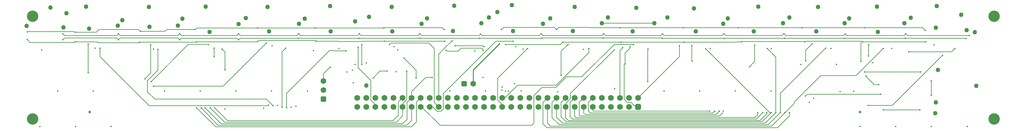
<source format=gbr>
%TF.GenerationSoftware,Altium Limited,Altium Designer,24.9.1 (31)*%
G04 Layer_Physical_Order=4*
G04 Layer_Color=16711680*
%FSLAX45Y45*%
%MOMM*%
%TF.SameCoordinates,261FE19A-EF30-4485-92B3-4F91B7BE389E*%
%TF.FilePolarity,Positive*%
%TF.FileFunction,Copper,L4,Bot,Signal*%
%TF.Part,Single*%
G01*
G75*
%TA.AperFunction,Conductor*%
%ADD23C,0.15500*%
%ADD24C,0.25400*%
%TA.AperFunction,ComponentPad*%
G04:AMPARAMS|DCode=26|XSize=1.6mm|YSize=1.6mm|CornerRadius=0.4mm|HoleSize=0mm|Usage=FLASHONLY|Rotation=0.000|XOffset=0mm|YOffset=0mm|HoleType=Round|Shape=RoundedRectangle|*
%AMROUNDEDRECTD26*
21,1,1.60000,0.80000,0,0,0.0*
21,1,0.80000,1.60000,0,0,0.0*
1,1,0.80000,0.40000,-0.40000*
1,1,0.80000,-0.40000,-0.40000*
1,1,0.80000,-0.40000,0.40000*
1,1,0.80000,0.40000,0.40000*
%
%ADD26ROUNDEDRECTD26*%
%ADD27C,1.60000*%
G04:AMPARAMS|DCode=28|XSize=1.6mm|YSize=1.6mm|CornerRadius=0.4mm|HoleSize=0mm|Usage=FLASHONLY|Rotation=90.000|XOffset=0mm|YOffset=0mm|HoleType=Round|Shape=RoundedRectangle|*
%AMROUNDEDRECTD28*
21,1,1.60000,0.80000,0,0,90.0*
21,1,0.80000,1.60000,0,0,90.0*
1,1,0.80000,0.40000,0.40000*
1,1,0.80000,0.40000,-0.40000*
1,1,0.80000,-0.40000,-0.40000*
1,1,0.80000,-0.40000,0.40000*
%
%ADD28ROUNDEDRECTD28*%
%ADD29C,1.65000*%
G04:AMPARAMS|DCode=30|XSize=1.65mm|YSize=1.65mm|CornerRadius=0.4125mm|HoleSize=0mm|Usage=FLASHONLY|Rotation=0.000|XOffset=0mm|YOffset=0mm|HoleType=Round|Shape=RoundedRectangle|*
%AMROUNDEDRECTD30*
21,1,1.65000,0.82500,0,0,0.0*
21,1,0.82500,1.65000,0,0,0.0*
1,1,0.82500,0.41250,-0.41250*
1,1,0.82500,-0.41250,-0.41250*
1,1,0.82500,-0.41250,0.41250*
1,1,0.82500,0.41250,0.41250*
%
%ADD30ROUNDEDRECTD30*%
%TA.AperFunction,ViaPad*%
%ADD31C,0.45000*%
%ADD32C,1.27000*%
%ADD33C,0.70000*%
%ADD34C,3.20000*%
D23*
X17221201Y930819D02*
G03*
X17221509Y942847I-115301J8981D01*
G01*
X26802036Y2611436D02*
X26806799Y2606672D01*
X21717000Y2616200D02*
X23393401D01*
X25107899D02*
X25112663Y2611436D01*
X20049475Y2616200D02*
X21717000D01*
X25112663Y2611436D02*
X26802036D01*
X23393401Y2616200D02*
X25107899D01*
X13627100Y2527300D02*
X14109700D01*
X11391900Y1498600D02*
Y1717600D01*
X11052100Y2057400D02*
X11391900Y1717600D01*
X11125200Y1689100D02*
X11125549Y1688751D01*
Y891896D02*
Y1688751D01*
X11025203Y791550D02*
X11125549Y891896D01*
X11025203Y701104D02*
Y791550D01*
X11009899Y685800D02*
X11025203Y701104D01*
X11137900Y753632D02*
Y813801D01*
X11263899Y939800D02*
Y1117595D01*
X11137900Y813801D02*
X11263899Y939800D01*
X8788400Y1612900D02*
X8978900Y1803400D01*
X8788400Y1409700D02*
Y1612900D01*
X10375900Y1689100D02*
X10579100D01*
X10185400Y1498600D02*
X10375900Y1689100D01*
X9766300Y1781038D02*
X10121900Y1425438D01*
Y876298D02*
Y1425438D01*
X9766300Y1781038D02*
Y2362200D01*
X11657604Y1511300D02*
X11836400D01*
X12152899Y1053099D02*
X13627100Y2527300D01*
X12152899Y621299D02*
Y1053099D01*
X25831799Y1003300D02*
Y1422400D01*
X11899900Y811799D02*
Y2324268D01*
X11747668Y2476500D02*
X11899900Y2324268D01*
X24001266Y1543925D02*
Y1551907D01*
Y1543925D02*
X24011380Y1533812D01*
Y1528320D02*
Y1533812D01*
Y1528320D02*
X24231599Y1308100D01*
X25165327Y2692400D02*
X26898599D01*
X23461140D02*
X25069528D01*
X25117429Y2740300D01*
X25165327Y2692400D01*
X23379926D02*
X23420534Y2733007D01*
X21749028Y2692400D02*
X23379926D01*
X23420534Y2733007D02*
X23461140Y2692400D01*
X20033543Y2609144D02*
X20042419D01*
X20027901Y2603500D02*
X20033543Y2609144D01*
X20042419D02*
X20049475Y2616200D01*
X21653229Y2692400D02*
X21701128Y2740300D01*
X21749028Y2692400D01*
X20066272D02*
X21653229D01*
X20018372Y2740300D02*
X20066272Y2692400D01*
X19970473D02*
X20018372Y2740300D01*
X18345428Y2692400D02*
X19970473D01*
X16694427D02*
X18249628D01*
X18297528Y2740300D02*
X18345428Y2692400D01*
X18249628D02*
X18297528Y2740300D01*
X17881599Y1397000D02*
X17886365Y1401764D01*
Y2303736D01*
X17891129Y2308500D01*
X16598628Y2692400D02*
X16646529Y2740300D01*
X14941827Y2692400D02*
X16598628D01*
X16646529Y2740300D02*
X16694427Y2692400D01*
X16634099Y2619101D02*
X16637000Y2622001D01*
X11493500Y2616200D02*
X14909801D01*
X14912701Y2619101D02*
X16634099D01*
X8089900Y2616200D02*
X9791700D01*
X11493500D01*
X14909801D02*
X14912701Y2619101D01*
X16637000Y2622001D02*
X16639902Y2619101D01*
X13237640Y2692400D02*
X14846028D01*
X14893929Y2740300D01*
X14941827Y2692400D01*
X11538228D02*
X13156425D01*
X13197034Y2733007D01*
X13237640Y2692400D01*
X6458228Y2616200D02*
X8089900D01*
X10642600Y2438400D02*
X10680700Y2476500D01*
X10502900Y2527300D02*
X12192000D01*
X10680700Y2476500D02*
X11747668D01*
X11442428Y2692400D02*
X11490328Y2740300D01*
X11538228Y2692400D01*
X9849128D02*
X11442428D01*
X8147328D02*
X9753328D01*
X9801228Y2740300D01*
X9849128Y2692400D01*
X8099428Y2740300D02*
X8147328Y2692400D01*
X6458228D02*
X8051528D01*
X8099428Y2740300D01*
X7632700Y2231772D02*
X7731128Y2330200D01*
X7632700Y673100D02*
Y2231772D01*
X5223525Y2514600D02*
X5232400D01*
X5238044Y2508956D02*
X5255771D01*
X5256230Y2508497D02*
X6929614D01*
X5232400Y2514600D02*
X5238044Y2508956D01*
X5255771D02*
X5256230Y2508497D01*
X6929614D02*
X6938917Y2517800D01*
X6946900D01*
X6981800Y2552700D01*
X8559800D01*
X5006200Y2440800D02*
X5560200D01*
X3962400Y1397000D02*
X5006200Y2440800D01*
X5560200D02*
X5562600Y2438400D01*
X6410328Y2740300D02*
X6458228Y2692400D01*
X4807228D02*
X6362428D01*
X6410328Y2740300D01*
X4801426Y2616200D02*
X6362428D01*
X6410328Y2568300D01*
X6458228Y2616200D01*
X5727700Y2095500D02*
Y2336800D01*
X3092728Y2692400D02*
X4711428D01*
X4759328Y2740300D01*
X4807228Y2692400D01*
X4711428Y2622001D02*
X4759328Y2574102D01*
X4801426Y2616200D01*
X3092728Y2622001D02*
X4711428D01*
X3044828Y2574102D02*
X3092728Y2622001D01*
X3044828Y2740300D02*
X3092728Y2692400D01*
X1530628D02*
X2996928D01*
X3044828Y2740300D01*
X2996928Y2622001D02*
X3044828Y2574102D01*
X1530628Y2622001D02*
X2996928D01*
X1806167Y2795950D02*
X1820817Y2781300D01*
X2420061D01*
X482600Y2794000D02*
X484550Y2795950D01*
X1806167D01*
X1482728Y2740300D02*
X1530628Y2692400D01*
X1482728Y2574102D02*
X1530628Y2622001D01*
X12484100Y2400300D02*
X13263518D01*
X13288918Y2374900D02*
X13296899D01*
X13263518Y2400300D02*
X13288918Y2374900D01*
X13236200Y2334000D02*
X13262683Y2307517D01*
X12651106Y2334000D02*
X13236200D01*
X12568205Y2251100D02*
X12651106Y2334000D01*
X13262683Y2269145D02*
Y2307517D01*
Y2269145D02*
X13268327Y2263500D01*
X15720248Y914596D02*
Y1064449D01*
X15597203Y791550D02*
X15720248Y914596D01*
X15597203Y701104D02*
Y791550D01*
X15720248Y1064449D02*
X16941800Y2286000D01*
X15581898Y685800D02*
X15597203Y701104D01*
X16032909Y1529509D02*
X16941193Y2437792D01*
X15608318Y1529509D02*
X16032909D01*
X16941193Y2437792D02*
X17487292D01*
X15316367Y1295400D02*
X16230600Y2209633D01*
X13898283Y956984D02*
X14236700Y1295400D01*
X15310709Y1231900D02*
X15608318Y1529509D01*
X14236700Y1295400D02*
X15316367D01*
X14922501Y1231900D02*
X15310709D01*
X6022600Y251200D02*
X10835852D01*
X5613400Y660400D02*
X6022600Y251200D01*
X5590389Y416711D02*
X5837700Y169400D01*
X11129500D02*
X11263899Y303799D01*
X5232400Y660400D02*
X5764300Y128500D01*
X10737052Y292100D02*
X10893206Y448253D01*
X5740400Y660400D02*
X6108700Y292100D01*
X10835852Y251200D02*
X11009899Y425247D01*
X5764300Y128500D02*
X11266400D01*
X11010852Y210300D02*
X11137900Y337347D01*
X5473700Y660400D02*
X5923800Y210300D01*
X6108700Y292100D02*
X10737052D01*
X11266400Y128500D02*
X11399891Y261991D01*
X5923800Y210300D02*
X11010852D01*
X5837700Y169400D02*
X11129500D01*
X9234134Y2260600D02*
X9423233D01*
X9423400Y2260767D01*
X20396201Y2514600D02*
X20510500D01*
X20383501Y2501900D02*
X20396201Y2514600D01*
X17132300Y2501900D02*
X18897600D01*
X15506700D02*
X17132300D01*
X18897600D02*
X20383501D01*
X17380656Y2332355D02*
Y2369256D01*
X17369701Y2320200D02*
Y2321399D01*
X17380656Y2369256D02*
X17386301Y2374900D01*
X17369701Y2321399D02*
X17380656Y2332355D01*
X17246600Y2197100D02*
X17369701Y2320200D01*
X17487292Y2437792D02*
X17487900Y2438400D01*
X3626653Y2501900D02*
X5210825D01*
X22367010Y1041400D02*
X23698053Y1037800D01*
X23698471Y1037801D02*
X24422099Y1041400D01*
X17221201Y954565D02*
X17221509Y942847D01*
X17221201Y967406D02*
X17221201Y954565D01*
X17221201Y902300D02*
Y930819D01*
Y902300D02*
X17310699Y812800D01*
X17221201Y1866900D02*
X17246600Y1892300D01*
X17221201Y967406D02*
Y1866900D01*
X17246600Y1892300D02*
Y2197100D01*
X17310699Y812800D02*
X17411700D01*
X17592429Y707272D02*
X17613899Y685800D01*
X17517229Y707272D02*
X17592429D01*
X17424812Y799688D02*
X17517229Y707272D01*
X17424812Y799688D02*
X17424812D01*
X17411700Y812800D02*
X17424812Y799688D01*
X8562972Y2905400D02*
X10487028D01*
X6943728D02*
X8562972D01*
X15963901Y444500D02*
X15979599Y428801D01*
X15963901Y813801D02*
X16089899Y939800D01*
X15963901Y444500D02*
Y813801D01*
X15979599Y428801D02*
X19897900D01*
X15455901Y406400D02*
X15597099Y265200D01*
X15455901Y406400D02*
Y813801D01*
X15581898Y939800D01*
X16217900Y571500D02*
X16278799Y510601D01*
X16089899Y509001D02*
X16129199Y469701D01*
X15868098Y387901D02*
X20891254D01*
X16129199Y469701D02*
X19795901D01*
X19709801Y510601D02*
X19758000Y558800D01*
X16278799Y510601D02*
X19709801D01*
X15769299Y347001D02*
X20933701D01*
X15835899Y420101D02*
X15868098Y387901D01*
X15657800Y306100D02*
X21032500D01*
X20891254Y387901D02*
X20967700Y464347D01*
X21032500Y306100D02*
X21215604Y489203D01*
X15498300Y224300D02*
X21179300D01*
X15581898Y382001D02*
X15657800Y306100D01*
X15328101Y394500D02*
X15498300Y224300D01*
X21093201Y265200D02*
X21348700Y520700D01*
X16354401Y562000D02*
X19617249D01*
X15201900Y381000D02*
X15399500Y183400D01*
X19758000Y558800D02*
X19761200D01*
X16343900Y572501D02*
X16354401Y562000D01*
X15709900Y406400D02*
X15769299Y347001D01*
X14947900Y210347D02*
X15056647Y101600D01*
X20933701Y347001D02*
X21107401Y520700D01*
X15073898Y229601D02*
X15161000Y142500D01*
X21526500Y101600D02*
X21852750Y427850D01*
X19795901Y469701D02*
X19885001Y558800D01*
X15161000Y142500D02*
X21351500D01*
X19617249Y562000D02*
X19621500Y566251D01*
X15056647Y101600D02*
X21526500D01*
X21265401Y183400D02*
X21602699Y520700D01*
X15597099Y265200D02*
X21093201D01*
X19885001Y558800D02*
X19888200D01*
X19897900Y428801D02*
X20002499Y533400D01*
X21351500Y142500D02*
X21988354Y779354D01*
X15399500Y183400D02*
X21265401D01*
X21179300Y224300D02*
X21475700Y520700D01*
X14693900Y1003300D02*
X14922501Y1231900D01*
X14693900Y228600D02*
Y1003300D01*
X13821083Y956984D02*
X13898283D01*
X13677901Y1485900D02*
X14516100Y2324100D01*
X13677901Y876300D02*
Y1485900D01*
Y876300D02*
X13795879Y758321D01*
X11982497Y559355D02*
X11989079D01*
X12093209Y561609D01*
X12152899Y621299D01*
X11864074Y677779D02*
X11977956Y563895D01*
X11982497Y559355D01*
X11779921Y677779D02*
X11864074D01*
X10220872Y712827D02*
Y777326D01*
Y712827D02*
X10247899Y685800D01*
X10121900Y876298D02*
X10220872Y777326D01*
X20019025Y2603500D02*
X20027901D01*
X11899900Y811799D02*
X12025899Y685800D01*
X11137900Y337347D02*
Y753632D01*
X11137900Y753632D01*
X24358600Y1308100D02*
X24358968Y1308467D01*
X24231599Y1308100D02*
X24358600D01*
X22352432Y1037592D02*
X22356241Y1041400D01*
X22367010D01*
X22303706Y988867D02*
X22352432Y1037592D01*
X12236005Y2278233D02*
X12263138Y2251100D01*
X12230874Y2278233D02*
X12236005D01*
X12263138Y2251100D02*
X12568205D01*
X12025899Y2165646D02*
X12178206Y2326346D01*
X12179518Y2327682D02*
X12395200Y2540000D01*
X12025899Y939800D02*
Y2165646D01*
X24076300Y2422800D02*
X24079201Y2425700D01*
X24076300Y2111372D02*
Y2422800D01*
X15497826Y2501900D02*
X15506700D01*
X22313901Y1981200D02*
Y2274074D01*
X22489194Y2449367D01*
X20736932Y1813079D02*
X20881972Y1958120D01*
Y2415900D01*
X19121436Y1973264D02*
Y2398436D01*
Y1973264D02*
X19126199Y1968500D01*
X19116672Y2403200D02*
X19121436Y2398436D01*
X15201900Y813801D02*
X15327899Y939800D01*
X15201900Y381000D02*
Y813801D01*
X14947900Y210347D02*
Y813801D01*
X15073898Y939800D01*
X14630400Y165100D02*
X14693900Y228600D01*
X13803899Y939800D02*
X13821083Y956984D01*
X13795879Y693820D02*
Y758321D01*
X11263899Y1117595D02*
X11657604Y1511300D01*
X12064900Y165100D02*
X14630400D01*
X11552221Y677779D02*
X12064900Y165100D01*
X11525921Y677779D02*
X11552221D01*
X11517899Y685800D02*
X11525921Y677779D01*
X16217900Y813801D02*
X16343900Y939800D01*
X16217900Y571500D02*
Y813801D01*
X10893206Y823106D02*
X11009899Y939800D01*
X10893206Y448253D02*
Y823106D01*
X564098Y2496602D02*
X1787042D01*
X1805041Y2514600D01*
X482600Y2578100D02*
X564098Y2496602D01*
X1805041Y2514600D02*
X1828800D01*
X2420061Y2781300D02*
X2501560Y2862798D01*
X2445461Y2514600D02*
X2476160Y2483902D01*
X3657600Y2806700D02*
X4349750D01*
X3601502Y2862798D02*
X3657600Y2806700D01*
X2501560Y2862798D02*
X3601502D01*
X3608654Y2483902D02*
X3626653Y2501900D01*
X2476160Y2483902D02*
X3608654D01*
X4349750Y2806700D02*
X4400550Y2857500D01*
X5194300D01*
X8585200Y2527300D02*
X9231010D01*
X9234211Y2524100D01*
X8559800Y2552700D02*
X8585200Y2527300D01*
X11399891Y821792D02*
X11517899Y939800D01*
X11399891Y261991D02*
Y821792D01*
X11263899Y303799D02*
Y685800D01*
X11009899Y425247D02*
Y685800D01*
X5210825Y2501900D02*
X5223525Y2514600D01*
X1828800D02*
X2445461D01*
X3949700Y1638300D02*
Y2425700D01*
X3784600Y1473200D02*
X3949700Y1638300D01*
X5943600Y2311400D02*
X6032500Y2222500D01*
Y1727200D02*
Y2222500D01*
X7375500Y714400D02*
X7378700D01*
X7759700Y660400D02*
Y1066800D01*
X20510500Y2514600D02*
X20513699Y2517800D01*
X22285300D02*
X22288499Y2514600D01*
X22296146D02*
X22312045Y2530500D01*
X22288499Y2514600D02*
X22296146D01*
X22312045Y2530500D02*
X23877853D01*
X23893755Y2514600D01*
X20513699Y2517800D02*
X22285300D01*
X11771899Y685800D02*
X11779921Y677779D01*
X23893755Y2514600D02*
X23901401D01*
X25679401D01*
X7244712Y736600D02*
X7251698D01*
X7228153Y720041D02*
X7244712Y736600D01*
X2527300Y2095500D02*
X3902759Y720041D01*
X15073898Y229601D02*
Y685800D01*
X15327899D02*
X15328101Y685600D01*
Y394500D02*
Y685600D01*
X15581898Y382001D02*
Y685800D01*
X15709900Y813801D02*
X15835899Y939800D01*
X20967700Y464347D02*
Y520700D01*
X15709900Y406400D02*
Y813801D01*
X16089899Y509001D02*
Y685800D01*
X13795879Y693820D02*
X13803899Y685800D01*
X16230600Y2209633D02*
Y2324100D01*
X7759700Y1066800D02*
X8957071Y2264171D01*
X8962205D01*
X9234134Y2260600D01*
X2527300Y2095500D02*
Y2336800D01*
X7188200Y901700D02*
X7375500Y714400D01*
X3857600Y1108100D02*
X4064000Y901700D01*
X7188200D01*
X3902759Y720041D02*
X7228153D01*
X21475700Y546100D02*
Y2082800D01*
X21234399Y2324100D02*
X21475700Y2082800D01*
X21988354Y779354D02*
Y817621D01*
X22738457Y1567723D01*
X24066499Y723900D02*
X24739600D01*
X26149301Y2133600D01*
X23964900Y1663700D02*
X25539700D01*
X13906500Y2438400D02*
X15434325D01*
X15497826Y2501900D01*
X5194300Y2857500D02*
X5242200Y2905400D01*
X6943728D01*
X12128500Y2908300D02*
X12179300Y2857500D01*
X10487028Y2905400D02*
X10489928Y2908300D01*
X12128500D01*
X2197100Y1651000D02*
Y2451100D01*
X5359400Y660400D02*
X5590389Y429411D01*
Y416711D02*
Y429411D01*
X15455901Y2247900D02*
X15646400Y2438400D01*
X15455901Y1574800D02*
Y2247900D01*
X23863300Y2476500D02*
X23901401Y2514600D01*
X23863300Y1965302D02*
Y2476500D01*
X21602699Y1060151D02*
X22872701Y2330151D01*
X21602699Y546100D02*
Y1060151D01*
X22872701Y2330151D02*
Y2336800D01*
X21215604Y489203D02*
Y527303D01*
X21852750Y516750D02*
X21856700Y520700D01*
X15835899Y420101D02*
Y685800D01*
X21852750Y427850D02*
Y516750D01*
X16343900Y572501D02*
Y685800D01*
X21303972Y520700D02*
X21348700D01*
X19510100Y2314572D02*
X21303972Y520700D01*
X25196800Y2235200D02*
X26403299D01*
X26492200Y2324100D01*
X17183099Y2340624D02*
Y2349500D01*
X17105899Y2263423D02*
X17183099Y2340624D01*
X17105899Y939800D02*
Y2263423D01*
X25602213Y2895600D02*
X25605774Y2892093D01*
X25589513Y2908300D02*
X25602213Y2895600D01*
X25605774Y2892093D02*
X25666699Y2832100D01*
X15392400Y2921000D02*
X16232512D01*
X16245212Y2908300D01*
X17094200D02*
X18884900D01*
X20421600D01*
X16245212D02*
X17094200D01*
X15265401Y2921000D02*
X15328900Y2857500D01*
X15392400Y2921000D01*
X13842999D02*
X15265401D01*
X13779500Y2857500D02*
X13842999Y2921000D01*
X17613899Y939800D02*
X18770599Y2096501D01*
Y2400300D01*
X18288000Y2616200D02*
X20006325D01*
X18285098Y2619101D02*
X18288000Y2616200D01*
X16639902Y2619101D02*
X18285098D01*
X20006325Y2616200D02*
X20019025Y2603500D01*
X9867900Y1879600D02*
Y2438400D01*
X24485600Y596900D02*
X25514301D01*
X23729224Y1567723D02*
X24485600Y2324100D01*
X22738457Y1567723D02*
X23729224D01*
X23970280Y2908300D02*
X25589513D01*
X20421600D02*
X22199600D01*
X23967799Y2905820D02*
X23970280Y2908300D01*
X22199600D02*
X22200841Y2907060D01*
X23966560D01*
X23967799Y2905820D01*
X5981700Y1270000D02*
X7188200Y2476500D01*
X4025900Y1270000D02*
X5981700D01*
X3857600Y1108100D02*
Y1419200D01*
X4152900Y1714500D01*
Y2298700D01*
X9234211Y2524100D02*
X9864867D01*
X9868068Y2527300D02*
X10502900D01*
X9864867Y2524100D02*
X9868068Y2527300D01*
X16598900Y3035300D02*
X18072099D01*
D24*
X12992101Y1333500D02*
Y1727200D01*
X13728700Y2463800D01*
D26*
X12738100Y1333500D02*
D03*
D27*
X12992101D02*
D03*
X8788400Y1155700D02*
D03*
Y1409700D02*
D03*
D28*
Y901700D02*
D03*
D29*
X13549899Y939800D02*
D03*
Y685800D02*
D03*
X13803899Y939800D02*
D03*
Y685800D02*
D03*
X14057899Y939800D02*
D03*
X14311899D02*
D03*
X14565900D02*
D03*
X14057899Y685800D02*
D03*
X14311899D02*
D03*
X14565900D02*
D03*
X15835899Y939800D02*
D03*
Y685800D02*
D03*
X16343900Y939800D02*
D03*
Y685800D02*
D03*
X16851900Y939800D02*
D03*
Y685800D02*
D03*
X17359898Y939800D02*
D03*
Y685800D02*
D03*
X17613899Y939800D02*
D03*
X17105899Y685800D02*
D03*
Y939800D02*
D03*
X16597899Y685800D02*
D03*
Y939800D02*
D03*
X16089899Y685800D02*
D03*
Y939800D02*
D03*
X15581898Y685800D02*
D03*
Y939800D02*
D03*
X15327899Y685800D02*
D03*
Y939800D02*
D03*
X15073898Y685800D02*
D03*
Y939800D02*
D03*
X14819899Y685800D02*
D03*
Y939800D02*
D03*
X13295898Y685800D02*
D03*
X13041899D02*
D03*
X13295898Y939800D02*
D03*
X13041899D02*
D03*
X12787899Y685800D02*
D03*
X12533899D02*
D03*
X12279899D02*
D03*
X12025899D02*
D03*
X11771899D02*
D03*
X11517899D02*
D03*
X11263899D02*
D03*
X11009899D02*
D03*
X10755899D02*
D03*
X10501899D02*
D03*
X10247899D02*
D03*
X9993899D02*
D03*
X9739899D02*
D03*
X12787899Y939800D02*
D03*
X12533899D02*
D03*
X12279899D02*
D03*
X12025899D02*
D03*
X11771899D02*
D03*
X11517899D02*
D03*
X11263899D02*
D03*
X11009899D02*
D03*
X10755899D02*
D03*
X10501899D02*
D03*
X10247899D02*
D03*
X9993899D02*
D03*
X9739899D02*
D03*
D30*
X17613899Y685800D02*
D03*
D31*
X26806799Y2606672D02*
D03*
X13728700Y2463800D02*
D03*
X11052100Y2057400D02*
D03*
X11391900Y1498600D02*
D03*
X11125200Y1689100D02*
D03*
X8978900Y1803400D02*
D03*
X10833100Y1676400D02*
D03*
X9601200Y1714500D02*
D03*
X10579100Y1689100D02*
D03*
X10185400Y1498600D02*
D03*
X9626600Y1358900D02*
D03*
X10487028Y2905400D02*
D03*
X13258800Y1511300D02*
D03*
X11836400D02*
D03*
X9994900Y1917700D02*
D03*
X25831799Y1003300D02*
D03*
X26837701Y135900D02*
D03*
X25837701D02*
D03*
X24837701D02*
D03*
X23837701D02*
D03*
X21337701Y1135900D02*
D03*
X20337701D02*
D03*
X19337701D02*
D03*
X18337701D02*
D03*
X14337701D02*
D03*
X13337701D02*
D03*
X12337700D02*
D03*
X8337700D02*
D03*
X7337700D02*
D03*
X6337700D02*
D03*
X5337700D02*
D03*
X4337700D02*
D03*
X2837700Y135900D02*
D03*
X2337700Y1135900D02*
D03*
X1837700Y135900D02*
D03*
X1337700Y1135900D02*
D03*
X837700Y135900D02*
D03*
X13792200Y1155700D02*
D03*
X13804984Y1244516D02*
D03*
X24001266Y1551907D02*
D03*
X25117429Y2740300D02*
D03*
X23420534Y2733007D02*
D03*
X21717000Y2616200D02*
D03*
X21701128Y2740300D02*
D03*
X20018372D02*
D03*
X18297528D02*
D03*
X17891129Y2308500D02*
D03*
X16646529Y2740300D02*
D03*
X16078200Y2298700D02*
D03*
X14909801Y2616200D02*
D03*
X14893929Y2740300D02*
D03*
X13197034Y2733007D02*
D03*
X11493500Y2616200D02*
D03*
X10502900Y2527300D02*
D03*
X11490328Y2740300D02*
D03*
X9801228D02*
D03*
X8099428D02*
D03*
X7731128Y2330200D02*
D03*
X5562600Y2438400D02*
D03*
X6410328Y2740300D02*
D03*
Y2568300D02*
D03*
X5727700Y2336800D02*
D03*
X4759328Y2740300D02*
D03*
Y2574102D02*
D03*
X3044828Y2740300D02*
D03*
Y2574102D02*
D03*
X1482728Y2740300D02*
D03*
Y2574102D02*
D03*
X13296899Y2374900D02*
D03*
X13030200Y2257400D02*
D03*
X13268327Y2263500D02*
D03*
X14185899Y2374900D02*
D03*
X16941800Y2286000D02*
D03*
X13892067Y1120107D02*
D03*
X14147800Y1333500D02*
D03*
X13982700Y1130300D02*
D03*
X9423400Y2260767D02*
D03*
X12484100Y2400300D02*
D03*
X17132300Y2501900D02*
D03*
X17386301Y2374900D02*
D03*
X23657593Y1119333D02*
D03*
X19621500Y566251D02*
D03*
X24358968Y1308467D02*
D03*
X15363828Y1104600D02*
D03*
X10642600Y2438400D02*
D03*
X12230874Y2278233D02*
D03*
X24076300Y2111372D02*
D03*
X22489194Y2449367D02*
D03*
X20881972Y2415900D02*
D03*
X19116672Y2403200D02*
D03*
X20736932Y1813079D02*
D03*
X17881599Y1397000D02*
D03*
X3962400D02*
D03*
X4025900Y1270000D02*
D03*
X23967799Y2905820D02*
D03*
X24193500Y1930400D02*
D03*
X24485600Y596900D02*
D03*
X25514301D02*
D03*
X25831799Y1422400D02*
D03*
X26898599Y2692400D02*
D03*
X9867900Y2438400D02*
D03*
Y1879600D02*
D03*
X8089900Y2616200D02*
D03*
X9766300Y2362200D02*
D03*
X9791700Y2616200D02*
D03*
X13169901D02*
D03*
X20027901Y2603500D02*
D03*
X16637000Y2622001D02*
D03*
X18288000Y2616200D02*
D03*
X18897600Y2501900D02*
D03*
X18770599Y2400300D02*
D03*
X15328900Y2857500D02*
D03*
X13779500D02*
D03*
X20421600Y2908300D02*
D03*
X17094200D02*
D03*
X18884900D02*
D03*
X25666699Y2832100D02*
D03*
X17183099Y2349500D02*
D03*
X26492200Y2324100D02*
D03*
X23393401Y2616200D02*
D03*
X19634283Y2324184D02*
D03*
X14109700Y2527300D02*
D03*
X22313901Y1981200D02*
D03*
X22303706Y988867D02*
D03*
X21729700Y520700D02*
D03*
X21348700D02*
D03*
X19510100Y2314572D02*
D03*
X21218301Y520700D02*
D03*
X19126199Y1968500D02*
D03*
X17246600Y1892300D02*
D03*
X9448800Y1663700D02*
D03*
X25196800Y2235200D02*
D03*
X23863300Y1965302D02*
D03*
X14389101Y2311400D02*
D03*
X14516100Y2324100D02*
D03*
X15455901Y1574800D02*
D03*
X5740400Y660400D02*
D03*
X5613400D02*
D03*
X5359400D02*
D03*
X6032500Y622300D02*
D03*
X2387600Y2336800D02*
D03*
X2197100Y1651000D02*
D03*
X24079201Y2425700D02*
D03*
X22199600Y2908300D02*
D03*
X8562972Y2905400D02*
D03*
X6943728D02*
D03*
X13906500Y2438400D02*
D03*
X23964900Y1663700D02*
D03*
X23177499Y1879600D02*
D03*
X22174200D02*
D03*
X25539700Y1663700D02*
D03*
X26149301Y2133600D02*
D03*
X24066499Y723900D02*
D03*
X24422099Y1041400D02*
D03*
X24725198Y2324100D02*
D03*
X23025101D02*
D03*
X23279100Y1117600D02*
D03*
X21348700Y2324100D02*
D03*
X22529800Y927100D02*
D03*
X22415500Y812800D02*
D03*
X25907999Y2425700D02*
D03*
X24485600Y2324100D02*
D03*
X22872701Y2336800D02*
D03*
X21234399Y2324100D02*
D03*
X8020029Y699716D02*
D03*
X8509087Y2269475D02*
D03*
X16954500Y1193800D02*
D03*
X12395200Y2540000D02*
D03*
X889000Y2286000D02*
D03*
X2527300Y2336800D02*
D03*
X4025900Y2311400D02*
D03*
X4152900Y2298700D02*
D03*
X5727700Y2095500D02*
D03*
X9220200Y2324100D02*
D03*
X9678671Y1880871D02*
D03*
X7353300Y2400300D02*
D03*
X10769600Y2374900D02*
D03*
X16230600Y2324100D02*
D03*
X19761200Y562000D02*
D03*
X19888200D02*
D03*
X20002499D02*
D03*
X21107401Y520700D02*
D03*
X20967700D02*
D03*
X21475700D02*
D03*
X21602699D02*
D03*
X21856700D02*
D03*
X10871200Y2286000D02*
D03*
X7886700Y673100D02*
D03*
X7505700Y723900D02*
D03*
X7632700Y673100D02*
D03*
X7112000Y647700D02*
D03*
X17487900Y2438400D02*
D03*
X15646400D02*
D03*
X20510500Y2514600D02*
D03*
X7759700Y660400D02*
D03*
X7378700Y714400D02*
D03*
X7251700Y736600D02*
D03*
X6032500Y1727200D02*
D03*
X5943600Y2311400D02*
D03*
X5232400Y660400D02*
D03*
X5473700D02*
D03*
X7188200Y2476500D02*
D03*
X5232400Y2514600D02*
D03*
X3784600Y1473200D02*
D03*
X3949700Y2425700D02*
D03*
X2197100Y2451100D02*
D03*
X25107899Y2616200D02*
D03*
X6946900Y2517800D02*
D03*
X1828800Y2514600D02*
D03*
X25679401D02*
D03*
X23901401D02*
D03*
X22288499D02*
D03*
X15506700Y2501900D02*
D03*
X12192000Y2527300D02*
D03*
X12179300Y2857500D02*
D03*
X8585200Y2527300D02*
D03*
X5194300Y2857500D02*
D03*
X3657600Y2806700D02*
D03*
X3632200Y2501900D02*
D03*
X482600Y2578100D02*
D03*
X1828800Y2781300D02*
D03*
X482600Y2794000D02*
D03*
D32*
X13665199Y3352800D02*
D03*
X10706100Y3492500D02*
D03*
X9677400Y3086100D02*
D03*
X9994900Y1282700D02*
D03*
X10071100Y3213100D02*
D03*
X26670001Y3276600D02*
D03*
X25958801Y2908300D02*
D03*
X27096219Y1271770D02*
D03*
X18072099Y3035300D02*
D03*
X17462500Y2806700D02*
D03*
X17564101Y3467100D02*
D03*
X18436606Y3196606D02*
D03*
X16598900Y3035300D02*
D03*
X25958801Y812800D02*
D03*
X1498600Y2921000D02*
D03*
X27051001Y2781300D02*
D03*
X25082500Y3035300D02*
D03*
X23406100D02*
D03*
X21678900D02*
D03*
X20002499Y3022600D02*
D03*
X14947900D02*
D03*
X13220700Y3035300D02*
D03*
X11544300Y3022600D02*
D03*
X8102600D02*
D03*
X6413500Y3009900D02*
D03*
X4711700Y2971800D02*
D03*
X3022600D02*
D03*
X1134086Y3473742D02*
D03*
X25984201Y3517900D02*
D03*
X24307800Y3505200D02*
D03*
X22656799Y3492500D02*
D03*
X20980400Y3505200D02*
D03*
X19177000Y3454400D02*
D03*
X12458700Y3530600D02*
D03*
X2133600Y3505200D02*
D03*
X3898900Y3492500D02*
D03*
X5486400Y3505200D02*
D03*
X7226300Y3492500D02*
D03*
X8978900Y3517900D02*
D03*
X14071600Y3543300D02*
D03*
X15833115Y3497562D02*
D03*
X26022299Y1727200D02*
D03*
X25946100Y508000D02*
D03*
X24333200Y2794000D02*
D03*
X22606000Y2806700D02*
D03*
X20853400D02*
D03*
X19227800D02*
D03*
X15786099Y2819400D02*
D03*
X14109700D02*
D03*
X12420600D02*
D03*
X26822400Y2844800D02*
D03*
X25260300Y3187700D02*
D03*
X23533099Y3175000D02*
D03*
X21856700Y3200400D02*
D03*
X20129500Y3175000D02*
D03*
X16764000Y3200400D02*
D03*
X15151100Y3175000D02*
D03*
X13427753Y3197544D02*
D03*
X11696700Y3175000D02*
D03*
X8261642Y3166086D02*
D03*
X10718800Y2806700D02*
D03*
X8991600D02*
D03*
X7264400D02*
D03*
X6610642Y3178786D02*
D03*
X4838700Y3162300D02*
D03*
X3911600Y2933700D02*
D03*
X2222500Y2882900D02*
D03*
X3149600Y3124200D02*
D03*
X469900Y2959100D02*
D03*
X1587500Y3314700D02*
D03*
X5600700Y2794000D02*
D03*
D33*
X23837698Y535900D02*
D03*
X2237700D02*
D03*
D34*
X27590799Y342900D02*
D03*
X640800D02*
D03*
Y3235100D02*
D03*
X27590799D02*
D03*
%TF.MD5,51247f39e9b0ea1014fa5dba4da429bc*%
M02*

</source>
